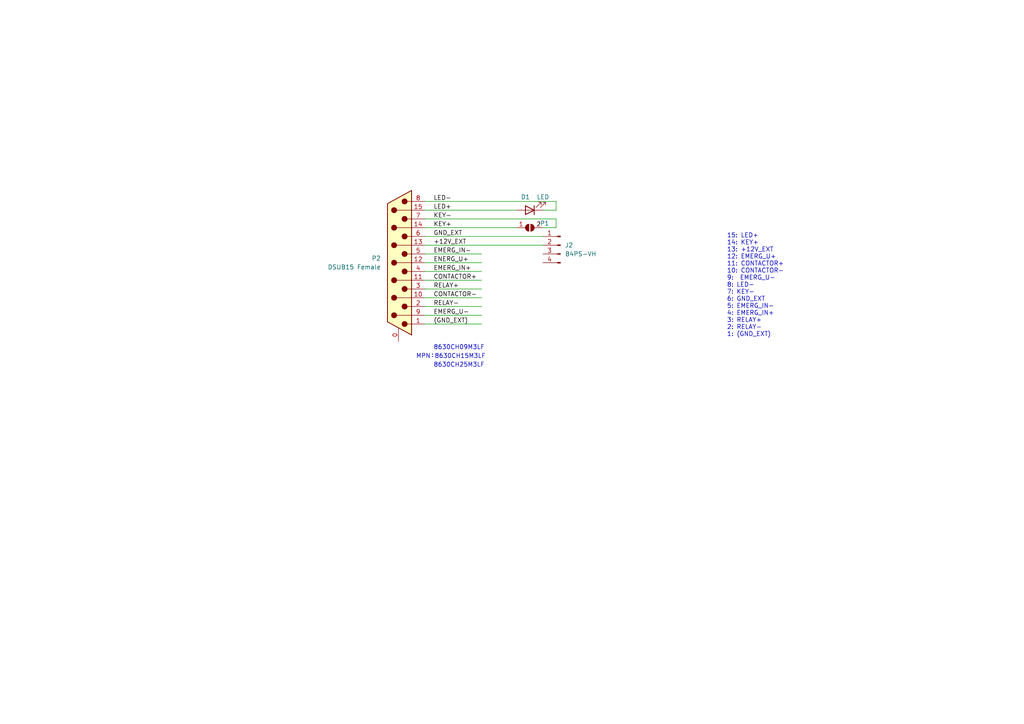
<source format=kicad_sch>
(kicad_sch
	(version 20231120)
	(generator "eeschema")
	(generator_version "8.0")
	(uuid "dba71d07-b687-4cf1-b054-256fd3d7e7cc")
	(paper "A4")
	(lib_symbols
		(symbol "Connector:Conn_01x04_Pin"
			(pin_names
				(offset 1.016) hide)
			(exclude_from_sim no)
			(in_bom yes)
			(on_board yes)
			(property "Reference" "J"
				(at 0 5.08 0)
				(effects
					(font
						(size 1.27 1.27)
					)
				)
			)
			(property "Value" "Conn_01x04_Pin"
				(at 0 -7.62 0)
				(effects
					(font
						(size 1.27 1.27)
					)
				)
			)
			(property "Footprint" ""
				(at 0 0 0)
				(effects
					(font
						(size 1.27 1.27)
					)
					(hide yes)
				)
			)
			(property "Datasheet" "~"
				(at 0 0 0)
				(effects
					(font
						(size 1.27 1.27)
					)
					(hide yes)
				)
			)
			(property "Description" "Generic connector, single row, 01x04, script generated"
				(at 0 0 0)
				(effects
					(font
						(size 1.27 1.27)
					)
					(hide yes)
				)
			)
			(property "ki_locked" ""
				(at 0 0 0)
				(effects
					(font
						(size 1.27 1.27)
					)
				)
			)
			(property "ki_keywords" "connector"
				(at 0 0 0)
				(effects
					(font
						(size 1.27 1.27)
					)
					(hide yes)
				)
			)
			(property "ki_fp_filters" "Connector*:*_1x??_*"
				(at 0 0 0)
				(effects
					(font
						(size 1.27 1.27)
					)
					(hide yes)
				)
			)
			(symbol "Conn_01x04_Pin_1_1"
				(polyline
					(pts
						(xy 1.27 -5.08) (xy 0.8636 -5.08)
					)
					(stroke
						(width 0.1524)
						(type default)
					)
					(fill
						(type none)
					)
				)
				(polyline
					(pts
						(xy 1.27 -2.54) (xy 0.8636 -2.54)
					)
					(stroke
						(width 0.1524)
						(type default)
					)
					(fill
						(type none)
					)
				)
				(polyline
					(pts
						(xy 1.27 0) (xy 0.8636 0)
					)
					(stroke
						(width 0.1524)
						(type default)
					)
					(fill
						(type none)
					)
				)
				(polyline
					(pts
						(xy 1.27 2.54) (xy 0.8636 2.54)
					)
					(stroke
						(width 0.1524)
						(type default)
					)
					(fill
						(type none)
					)
				)
				(rectangle
					(start 0.8636 -4.953)
					(end 0 -5.207)
					(stroke
						(width 0.1524)
						(type default)
					)
					(fill
						(type outline)
					)
				)
				(rectangle
					(start 0.8636 -2.413)
					(end 0 -2.667)
					(stroke
						(width 0.1524)
						(type default)
					)
					(fill
						(type outline)
					)
				)
				(rectangle
					(start 0.8636 0.127)
					(end 0 -0.127)
					(stroke
						(width 0.1524)
						(type default)
					)
					(fill
						(type outline)
					)
				)
				(rectangle
					(start 0.8636 2.667)
					(end 0 2.413)
					(stroke
						(width 0.1524)
						(type default)
					)
					(fill
						(type outline)
					)
				)
				(pin passive line
					(at 5.08 2.54 180)
					(length 3.81)
					(name "Pin_1"
						(effects
							(font
								(size 1.27 1.27)
							)
						)
					)
					(number "1"
						(effects
							(font
								(size 1.27 1.27)
							)
						)
					)
				)
				(pin passive line
					(at 5.08 0 180)
					(length 3.81)
					(name "Pin_2"
						(effects
							(font
								(size 1.27 1.27)
							)
						)
					)
					(number "2"
						(effects
							(font
								(size 1.27 1.27)
							)
						)
					)
				)
				(pin passive line
					(at 5.08 -2.54 180)
					(length 3.81)
					(name "Pin_3"
						(effects
							(font
								(size 1.27 1.27)
							)
						)
					)
					(number "3"
						(effects
							(font
								(size 1.27 1.27)
							)
						)
					)
				)
				(pin passive line
					(at 5.08 -5.08 180)
					(length 3.81)
					(name "Pin_4"
						(effects
							(font
								(size 1.27 1.27)
							)
						)
					)
					(number "4"
						(effects
							(font
								(size 1.27 1.27)
							)
						)
					)
				)
			)
		)
		(symbol "Connector:DA15_Plug_MountingHoles"
			(pin_names
				(offset 1.016) hide)
			(exclude_from_sim no)
			(in_bom yes)
			(on_board yes)
			(property "Reference" "J"
				(at 0 24.13 0)
				(effects
					(font
						(size 1.27 1.27)
					)
				)
			)
			(property "Value" "DA15_Plug_MountingHoles"
				(at 0 22.225 0)
				(effects
					(font
						(size 1.27 1.27)
					)
				)
			)
			(property "Footprint" ""
				(at 0 0 0)
				(effects
					(font
						(size 1.27 1.27)
					)
					(hide yes)
				)
			)
			(property "Datasheet" " ~"
				(at 0 0 0)
				(effects
					(font
						(size 1.27 1.27)
					)
					(hide yes)
				)
			)
			(property "Description" "15-pin male plug pin D-SUB connector (low-density/2 columns), Mounting Hole"
				(at 0 0 0)
				(effects
					(font
						(size 1.27 1.27)
					)
					(hide yes)
				)
			)
			(property "ki_keywords" "male plug D-SUB connector"
				(at 0 0 0)
				(effects
					(font
						(size 1.27 1.27)
					)
					(hide yes)
				)
			)
			(property "ki_fp_filters" "DSUB*Male*"
				(at 0 0 0)
				(effects
					(font
						(size 1.27 1.27)
					)
					(hide yes)
				)
			)
			(symbol "DA15_Plug_MountingHoles_0_1"
				(circle
					(center -1.778 -17.78)
					(radius 0.762)
					(stroke
						(width 0)
						(type default)
					)
					(fill
						(type outline)
					)
				)
				(circle
					(center -1.778 -12.7)
					(radius 0.762)
					(stroke
						(width 0)
						(type default)
					)
					(fill
						(type outline)
					)
				)
				(circle
					(center -1.778 -7.62)
					(radius 0.762)
					(stroke
						(width 0)
						(type default)
					)
					(fill
						(type outline)
					)
				)
				(circle
					(center -1.778 -2.54)
					(radius 0.762)
					(stroke
						(width 0)
						(type default)
					)
					(fill
						(type outline)
					)
				)
				(circle
					(center -1.778 2.54)
					(radius 0.762)
					(stroke
						(width 0)
						(type default)
					)
					(fill
						(type outline)
					)
				)
				(circle
					(center -1.778 7.62)
					(radius 0.762)
					(stroke
						(width 0)
						(type default)
					)
					(fill
						(type outline)
					)
				)
				(circle
					(center -1.778 12.7)
					(radius 0.762)
					(stroke
						(width 0)
						(type default)
					)
					(fill
						(type outline)
					)
				)
				(circle
					(center -1.778 17.78)
					(radius 0.762)
					(stroke
						(width 0)
						(type default)
					)
					(fill
						(type outline)
					)
				)
				(polyline
					(pts
						(xy -3.81 -17.78) (xy -2.54 -17.78)
					)
					(stroke
						(width 0)
						(type default)
					)
					(fill
						(type none)
					)
				)
				(polyline
					(pts
						(xy -3.81 -15.24) (xy 0.508 -15.24)
					)
					(stroke
						(width 0)
						(type default)
					)
					(fill
						(type none)
					)
				)
				(polyline
					(pts
						(xy -3.81 -12.7) (xy -2.54 -12.7)
					)
					(stroke
						(width 0)
						(type default)
					)
					(fill
						(type none)
					)
				)
				(polyline
					(pts
						(xy -3.81 -10.16) (xy 0.508 -10.16)
					)
					(stroke
						(width 0)
						(type default)
					)
					(fill
						(type none)
					)
				)
				(polyline
					(pts
						(xy -3.81 -7.62) (xy -2.54 -7.62)
					)
					(stroke
						(width 0)
						(type default)
					)
					(fill
						(type none)
					)
				)
				(polyline
					(pts
						(xy -3.81 -5.08) (xy 0.508 -5.08)
					)
					(stroke
						(width 0)
						(type default)
					)
					(fill
						(type none)
					)
				)
				(polyline
					(pts
						(xy -3.81 -2.54) (xy -2.54 -2.54)
					)
					(stroke
						(width 0)
						(type default)
					)
					(fill
						(type none)
					)
				)
				(polyline
					(pts
						(xy -3.81 0) (xy 0.508 0)
					)
					(stroke
						(width 0)
						(type default)
					)
					(fill
						(type none)
					)
				)
				(polyline
					(pts
						(xy -3.81 2.54) (xy -2.54 2.54)
					)
					(stroke
						(width 0)
						(type default)
					)
					(fill
						(type none)
					)
				)
				(polyline
					(pts
						(xy -3.81 5.08) (xy 0.508 5.08)
					)
					(stroke
						(width 0)
						(type default)
					)
					(fill
						(type none)
					)
				)
				(polyline
					(pts
						(xy -3.81 7.62) (xy -2.54 7.62)
					)
					(stroke
						(width 0)
						(type default)
					)
					(fill
						(type none)
					)
				)
				(polyline
					(pts
						(xy -3.81 10.16) (xy 0.508 10.16)
					)
					(stroke
						(width 0)
						(type default)
					)
					(fill
						(type none)
					)
				)
				(polyline
					(pts
						(xy -3.81 12.7) (xy -2.54 12.7)
					)
					(stroke
						(width 0)
						(type default)
					)
					(fill
						(type none)
					)
				)
				(polyline
					(pts
						(xy -3.81 15.24) (xy 0.508 15.24)
					)
					(stroke
						(width 0)
						(type default)
					)
					(fill
						(type none)
					)
				)
				(polyline
					(pts
						(xy -3.81 17.78) (xy -2.54 17.78)
					)
					(stroke
						(width 0)
						(type default)
					)
					(fill
						(type none)
					)
				)
				(polyline
					(pts
						(xy -3.81 -20.955) (xy 3.175 -17.145) (xy 3.175 17.145) (xy -3.81 20.955) (xy -3.81 -20.955)
					)
					(stroke
						(width 0.254)
						(type default)
					)
					(fill
						(type background)
					)
				)
				(circle
					(center 1.27 -15.24)
					(radius 0.762)
					(stroke
						(width 0)
						(type default)
					)
					(fill
						(type outline)
					)
				)
				(circle
					(center 1.27 -10.16)
					(radius 0.762)
					(stroke
						(width 0)
						(type default)
					)
					(fill
						(type outline)
					)
				)
				(circle
					(center 1.27 -5.08)
					(radius 0.762)
					(stroke
						(width 0)
						(type default)
					)
					(fill
						(type outline)
					)
				)
				(circle
					(center 1.27 0)
					(radius 0.762)
					(stroke
						(width 0)
						(type default)
					)
					(fill
						(type outline)
					)
				)
				(circle
					(center 1.27 5.08)
					(radius 0.762)
					(stroke
						(width 0)
						(type default)
					)
					(fill
						(type outline)
					)
				)
				(circle
					(center 1.27 10.16)
					(radius 0.762)
					(stroke
						(width 0)
						(type default)
					)
					(fill
						(type outline)
					)
				)
				(circle
					(center 1.27 15.24)
					(radius 0.762)
					(stroke
						(width 0)
						(type default)
					)
					(fill
						(type outline)
					)
				)
			)
			(symbol "DA15_Plug_MountingHoles_1_1"
				(pin passive line
					(at 0 -22.86 90)
					(length 3.81)
					(name "PAD"
						(effects
							(font
								(size 1.27 1.27)
							)
						)
					)
					(number "0"
						(effects
							(font
								(size 1.27 1.27)
							)
						)
					)
				)
				(pin passive line
					(at -7.62 -17.78 0)
					(length 3.81)
					(name "1"
						(effects
							(font
								(size 1.27 1.27)
							)
						)
					)
					(number "1"
						(effects
							(font
								(size 1.27 1.27)
							)
						)
					)
				)
				(pin passive line
					(at -7.62 -10.16 0)
					(length 3.81)
					(name "P10"
						(effects
							(font
								(size 1.27 1.27)
							)
						)
					)
					(number "10"
						(effects
							(font
								(size 1.27 1.27)
							)
						)
					)
				)
				(pin passive line
					(at -7.62 -5.08 0)
					(length 3.81)
					(name "P111"
						(effects
							(font
								(size 1.27 1.27)
							)
						)
					)
					(number "11"
						(effects
							(font
								(size 1.27 1.27)
							)
						)
					)
				)
				(pin passive line
					(at -7.62 0 0)
					(length 3.81)
					(name "P12"
						(effects
							(font
								(size 1.27 1.27)
							)
						)
					)
					(number "12"
						(effects
							(font
								(size 1.27 1.27)
							)
						)
					)
				)
				(pin passive line
					(at -7.62 5.08 0)
					(length 3.81)
					(name "P13"
						(effects
							(font
								(size 1.27 1.27)
							)
						)
					)
					(number "13"
						(effects
							(font
								(size 1.27 1.27)
							)
						)
					)
				)
				(pin passive line
					(at -7.62 10.16 0)
					(length 3.81)
					(name "P14"
						(effects
							(font
								(size 1.27 1.27)
							)
						)
					)
					(number "14"
						(effects
							(font
								(size 1.27 1.27)
							)
						)
					)
				)
				(pin passive line
					(at -7.62 15.24 0)
					(length 3.81)
					(name "P15"
						(effects
							(font
								(size 1.27 1.27)
							)
						)
					)
					(number "15"
						(effects
							(font
								(size 1.27 1.27)
							)
						)
					)
				)
				(pin passive line
					(at -7.62 -12.7 0)
					(length 3.81)
					(name "2"
						(effects
							(font
								(size 1.27 1.27)
							)
						)
					)
					(number "2"
						(effects
							(font
								(size 1.27 1.27)
							)
						)
					)
				)
				(pin passive line
					(at -7.62 -7.62 0)
					(length 3.81)
					(name "3"
						(effects
							(font
								(size 1.27 1.27)
							)
						)
					)
					(number "3"
						(effects
							(font
								(size 1.27 1.27)
							)
						)
					)
				)
				(pin passive line
					(at -7.62 -2.54 0)
					(length 3.81)
					(name "4"
						(effects
							(font
								(size 1.27 1.27)
							)
						)
					)
					(number "4"
						(effects
							(font
								(size 1.27 1.27)
							)
						)
					)
				)
				(pin passive line
					(at -7.62 2.54 0)
					(length 3.81)
					(name "5"
						(effects
							(font
								(size 1.27 1.27)
							)
						)
					)
					(number "5"
						(effects
							(font
								(size 1.27 1.27)
							)
						)
					)
				)
				(pin passive line
					(at -7.62 7.62 0)
					(length 3.81)
					(name "6"
						(effects
							(font
								(size 1.27 1.27)
							)
						)
					)
					(number "6"
						(effects
							(font
								(size 1.27 1.27)
							)
						)
					)
				)
				(pin passive line
					(at -7.62 12.7 0)
					(length 3.81)
					(name "7"
						(effects
							(font
								(size 1.27 1.27)
							)
						)
					)
					(number "7"
						(effects
							(font
								(size 1.27 1.27)
							)
						)
					)
				)
				(pin passive line
					(at -7.62 17.78 0)
					(length 3.81)
					(name "8"
						(effects
							(font
								(size 1.27 1.27)
							)
						)
					)
					(number "8"
						(effects
							(font
								(size 1.27 1.27)
							)
						)
					)
				)
				(pin passive line
					(at -7.62 -15.24 0)
					(length 3.81)
					(name "P9"
						(effects
							(font
								(size 1.27 1.27)
							)
						)
					)
					(number "9"
						(effects
							(font
								(size 1.27 1.27)
							)
						)
					)
				)
			)
		)
		(symbol "Device:LED"
			(pin_numbers hide)
			(pin_names
				(offset 1.016) hide)
			(exclude_from_sim no)
			(in_bom yes)
			(on_board yes)
			(property "Reference" "D"
				(at 0 2.54 0)
				(effects
					(font
						(size 1.27 1.27)
					)
				)
			)
			(property "Value" "LED"
				(at 0 -2.54 0)
				(effects
					(font
						(size 1.27 1.27)
					)
				)
			)
			(property "Footprint" ""
				(at 0 0 0)
				(effects
					(font
						(size 1.27 1.27)
					)
					(hide yes)
				)
			)
			(property "Datasheet" "~"
				(at 0 0 0)
				(effects
					(font
						(size 1.27 1.27)
					)
					(hide yes)
				)
			)
			(property "Description" "Light emitting diode"
				(at 0 0 0)
				(effects
					(font
						(size 1.27 1.27)
					)
					(hide yes)
				)
			)
			(property "ki_keywords" "LED diode"
				(at 0 0 0)
				(effects
					(font
						(size 1.27 1.27)
					)
					(hide yes)
				)
			)
			(property "ki_fp_filters" "LED* LED_SMD:* LED_THT:*"
				(at 0 0 0)
				(effects
					(font
						(size 1.27 1.27)
					)
					(hide yes)
				)
			)
			(symbol "LED_0_1"
				(polyline
					(pts
						(xy -1.27 -1.27) (xy -1.27 1.27)
					)
					(stroke
						(width 0.254)
						(type default)
					)
					(fill
						(type none)
					)
				)
				(polyline
					(pts
						(xy -1.27 0) (xy 1.27 0)
					)
					(stroke
						(width 0)
						(type default)
					)
					(fill
						(type none)
					)
				)
				(polyline
					(pts
						(xy 1.27 -1.27) (xy 1.27 1.27) (xy -1.27 0) (xy 1.27 -1.27)
					)
					(stroke
						(width 0.254)
						(type default)
					)
					(fill
						(type none)
					)
				)
				(polyline
					(pts
						(xy -3.048 -0.762) (xy -4.572 -2.286) (xy -3.81 -2.286) (xy -4.572 -2.286) (xy -4.572 -1.524)
					)
					(stroke
						(width 0)
						(type default)
					)
					(fill
						(type none)
					)
				)
				(polyline
					(pts
						(xy -1.778 -0.762) (xy -3.302 -2.286) (xy -2.54 -2.286) (xy -3.302 -2.286) (xy -3.302 -1.524)
					)
					(stroke
						(width 0)
						(type default)
					)
					(fill
						(type none)
					)
				)
			)
			(symbol "LED_1_1"
				(pin passive line
					(at -3.81 0 0)
					(length 2.54)
					(name "K"
						(effects
							(font
								(size 1.27 1.27)
							)
						)
					)
					(number "1"
						(effects
							(font
								(size 1.27 1.27)
							)
						)
					)
				)
				(pin passive line
					(at 3.81 0 180)
					(length 2.54)
					(name "A"
						(effects
							(font
								(size 1.27 1.27)
							)
						)
					)
					(number "2"
						(effects
							(font
								(size 1.27 1.27)
							)
						)
					)
				)
			)
		)
		(symbol "Jumper:SolderJumper_2_Open"
			(pin_names
				(offset 0) hide)
			(exclude_from_sim no)
			(in_bom yes)
			(on_board yes)
			(property "Reference" "JP"
				(at 0 2.032 0)
				(effects
					(font
						(size 1.27 1.27)
					)
				)
			)
			(property "Value" "SolderJumper_2_Open"
				(at 0 -2.54 0)
				(effects
					(font
						(size 1.27 1.27)
					)
				)
			)
			(property "Footprint" ""
				(at 0 0 0)
				(effects
					(font
						(size 1.27 1.27)
					)
					(hide yes)
				)
			)
			(property "Datasheet" "~"
				(at 0 0 0)
				(effects
					(font
						(size 1.27 1.27)
					)
					(hide yes)
				)
			)
			(property "Description" "Solder Jumper, 2-pole, open"
				(at 0 0 0)
				(effects
					(font
						(size 1.27 1.27)
					)
					(hide yes)
				)
			)
			(property "ki_keywords" "solder jumper SPST"
				(at 0 0 0)
				(effects
					(font
						(size 1.27 1.27)
					)
					(hide yes)
				)
			)
			(property "ki_fp_filters" "SolderJumper*Open*"
				(at 0 0 0)
				(effects
					(font
						(size 1.27 1.27)
					)
					(hide yes)
				)
			)
			(symbol "SolderJumper_2_Open_0_1"
				(arc
					(start -0.254 1.016)
					(mid -1.2656 0)
					(end -0.254 -1.016)
					(stroke
						(width 0)
						(type default)
					)
					(fill
						(type none)
					)
				)
				(arc
					(start -0.254 1.016)
					(mid -1.2656 0)
					(end -0.254 -1.016)
					(stroke
						(width 0)
						(type default)
					)
					(fill
						(type outline)
					)
				)
				(polyline
					(pts
						(xy -0.254 1.016) (xy -0.254 -1.016)
					)
					(stroke
						(width 0)
						(type default)
					)
					(fill
						(type none)
					)
				)
				(polyline
					(pts
						(xy 0.254 1.016) (xy 0.254 -1.016)
					)
					(stroke
						(width 0)
						(type default)
					)
					(fill
						(type none)
					)
				)
				(arc
					(start 0.254 -1.016)
					(mid 1.2656 0)
					(end 0.254 1.016)
					(stroke
						(width 0)
						(type default)
					)
					(fill
						(type none)
					)
				)
				(arc
					(start 0.254 -1.016)
					(mid 1.2656 0)
					(end 0.254 1.016)
					(stroke
						(width 0)
						(type default)
					)
					(fill
						(type outline)
					)
				)
			)
			(symbol "SolderJumper_2_Open_1_1"
				(pin passive line
					(at -3.81 0 0)
					(length 2.54)
					(name "A"
						(effects
							(font
								(size 1.27 1.27)
							)
						)
					)
					(number "1"
						(effects
							(font
								(size 1.27 1.27)
							)
						)
					)
				)
				(pin passive line
					(at 3.81 0 180)
					(length 2.54)
					(name "B"
						(effects
							(font
								(size 1.27 1.27)
							)
						)
					)
					(number "2"
						(effects
							(font
								(size 1.27 1.27)
							)
						)
					)
				)
			)
		)
	)
	(wire
		(pts
			(xy 161.29 58.42) (xy 161.29 60.96)
		)
		(stroke
			(width 0)
			(type default)
		)
		(uuid "0f80ed9b-60fd-4c6b-aa70-169f1b0ec310")
	)
	(wire
		(pts
			(xy 123.19 78.74) (xy 139.7 78.74)
		)
		(stroke
			(width 0)
			(type default)
		)
		(uuid "23709e95-a6ea-4c49-ba77-35304cd716b7")
	)
	(wire
		(pts
			(xy 123.19 93.98) (xy 139.7 93.98)
		)
		(stroke
			(width 0)
			(type default)
		)
		(uuid "36b9f575-f0a6-4570-9d2b-1773ef8de2b2")
	)
	(wire
		(pts
			(xy 123.19 76.2) (xy 139.7 76.2)
		)
		(stroke
			(width 0)
			(type default)
		)
		(uuid "3b7f61b9-1e54-4056-a5d2-ea5729ee661a")
	)
	(wire
		(pts
			(xy 123.19 73.66) (xy 139.7 73.66)
		)
		(stroke
			(width 0)
			(type default)
		)
		(uuid "3eaf128f-784a-416f-9fe2-547cc907938f")
	)
	(wire
		(pts
			(xy 123.19 63.5) (xy 161.29 63.5)
		)
		(stroke
			(width 0)
			(type default)
		)
		(uuid "48d09d4f-74db-4df2-bbcb-ddf764a4f089")
	)
	(wire
		(pts
			(xy 123.19 86.36) (xy 139.7 86.36)
		)
		(stroke
			(width 0)
			(type default)
		)
		(uuid "4c762a8e-6e5d-465c-b109-664267dbfc32")
	)
	(wire
		(pts
			(xy 157.48 66.04) (xy 161.29 66.04)
		)
		(stroke
			(width 0)
			(type default)
		)
		(uuid "4dc34a4f-21a4-4751-a52e-ecabf68e7144")
	)
	(wire
		(pts
			(xy 123.19 68.58) (xy 157.48 68.58)
		)
		(stroke
			(width 0)
			(type default)
		)
		(uuid "4f1c70f9-a9c8-4826-b721-b3fd9a3c7ea3")
	)
	(wire
		(pts
			(xy 123.19 83.82) (xy 139.7 83.82)
		)
		(stroke
			(width 0)
			(type default)
		)
		(uuid "4fedf1f7-5618-4c56-940a-ca311a65aa41")
	)
	(wire
		(pts
			(xy 123.19 66.04) (xy 149.86 66.04)
		)
		(stroke
			(width 0)
			(type default)
		)
		(uuid "910a1a96-307b-4312-8c31-fb3be0781f50")
	)
	(wire
		(pts
			(xy 123.19 91.44) (xy 139.7 91.44)
		)
		(stroke
			(width 0)
			(type default)
		)
		(uuid "94d3aa89-37a6-4a33-bab2-911b82a40bd9")
	)
	(wire
		(pts
			(xy 123.19 81.28) (xy 139.7 81.28)
		)
		(stroke
			(width 0)
			(type default)
		)
		(uuid "95da8104-ee93-4074-a2c7-0a3a745e0a65")
	)
	(wire
		(pts
			(xy 161.29 60.96) (xy 157.48 60.96)
		)
		(stroke
			(width 0)
			(type default)
		)
		(uuid "a6430778-d239-41ff-9919-0c87be4b9fa5")
	)
	(wire
		(pts
			(xy 123.19 58.42) (xy 161.29 58.42)
		)
		(stroke
			(width 0)
			(type default)
		)
		(uuid "c1e0877e-880d-4ad7-873c-3d9581796ed8")
	)
	(wire
		(pts
			(xy 161.29 63.5) (xy 161.29 66.04)
		)
		(stroke
			(width 0)
			(type default)
		)
		(uuid "ca5651df-1588-497b-812f-1b67dc0f3575")
	)
	(wire
		(pts
			(xy 123.19 60.96) (xy 149.86 60.96)
		)
		(stroke
			(width 0)
			(type default)
		)
		(uuid "d9d32cdb-68a7-4fd0-9a51-cbc2d6bf52f7")
	)
	(wire
		(pts
			(xy 123.19 71.12) (xy 157.48 71.12)
		)
		(stroke
			(width 0)
			(type default)
		)
		(uuid "ec5b9a15-9f3e-4d72-9480-26aa64f53fa9")
	)
	(wire
		(pts
			(xy 123.19 88.9) (xy 139.7 88.9)
		)
		(stroke
			(width 0)
			(type default)
		)
		(uuid "ecbea265-4e57-4595-8732-014978540c5e")
	)
	(text "15: LED+\n14: KEY+\n13: +12V_EXT\n12: EMERG_U+\n11: CONTACTOR+\n10: CONTACTOR-\n9:  EMERG_U-\n8: LED-\n7: KEY-\n6: GND_EXT\n5: EMERG_IN-\n4: EMERG_IN+\n3: RELAY+\n2: RELAY-\n1: (GND_EXT)"
		(exclude_from_sim no)
		(at 210.82 97.79 0)
		(effects
			(font
				(size 1.27 1.27)
			)
			(justify left bottom)
		)
		(uuid "685b00fe-1d14-4509-9b89-2e3e8bafc970")
	)
	(text "MPN：8630CH15M3LF"
		(exclude_from_sim no)
		(at 120.65 104.14 0)
		(effects
			(font
				(size 1.27 1.27)
			)
			(justify left bottom)
		)
		(uuid "6a1371c8-0b89-4a43-a1ed-53543b863408")
	)
	(text "8630CH09M3LF"
		(exclude_from_sim no)
		(at 125.73 101.6 0)
		(effects
			(font
				(size 1.27 1.27)
			)
			(justify left bottom)
		)
		(uuid "ad2c45e4-1477-445c-9899-113aec290cd0")
	)
	(text "8630CH25M3LF"
		(exclude_from_sim no)
		(at 125.73 106.68 0)
		(effects
			(font
				(size 1.27 1.27)
			)
			(justify left bottom)
		)
		(uuid "f056551e-8b9f-4e20-a86d-6bf39bf5f263")
	)
	(label "GND_EXT"
		(at 125.73 68.58 0)
		(fields_autoplaced yes)
		(effects
			(font
				(size 1.27 1.27)
			)
			(justify left bottom)
		)
		(uuid "046d11db-7974-4802-af1d-c319ef0280f3")
	)
	(label "RELAY+"
		(at 125.73 83.82 0)
		(fields_autoplaced yes)
		(effects
			(font
				(size 1.27 1.27)
			)
			(justify left bottom)
		)
		(uuid "05dccf72-a11c-40ea-8473-3adce506fa18")
	)
	(label "ENERG_U+"
		(at 125.73 76.2 0)
		(fields_autoplaced yes)
		(effects
			(font
				(size 1.27 1.27)
			)
			(justify left bottom)
		)
		(uuid "0fd62a44-bb55-4358-9d07-ee1d79ace86e")
	)
	(label "EMERG_IN-"
		(at 125.73 73.66 0)
		(fields_autoplaced yes)
		(effects
			(font
				(size 1.27 1.27)
			)
			(justify left bottom)
		)
		(uuid "12fb05de-6814-4ae9-89cc-4271b588be49")
	)
	(label "KEY+"
		(at 125.73 66.04 0)
		(fields_autoplaced yes)
		(effects
			(font
				(size 1.27 1.27)
			)
			(justify left bottom)
		)
		(uuid "2e7c3cd9-fa55-47c7-852e-9bd765ead1dc")
	)
	(label "KEY-"
		(at 125.73 63.5 0)
		(fields_autoplaced yes)
		(effects
			(font
				(size 1.27 1.27)
			)
			(justify left bottom)
		)
		(uuid "48d2adf2-2588-457b-ae9c-b1c4f93ec48a")
	)
	(label "RELAY-"
		(at 125.73 88.9 0)
		(fields_autoplaced yes)
		(effects
			(font
				(size 1.27 1.27)
			)
			(justify left bottom)
		)
		(uuid "4b33e6f6-55e5-4161-ad93-d15dcd54291f")
	)
	(label "(GND_EXT)"
		(at 125.73 93.98 0)
		(fields_autoplaced yes)
		(effects
			(font
				(size 1.27 1.27)
			)
			(justify left bottom)
		)
		(uuid "5df72a28-51f3-4c6e-8283-e64926469a0d")
	)
	(label "LED-"
		(at 125.73 58.42 0)
		(fields_autoplaced yes)
		(effects
			(font
				(size 1.27 1.27)
			)
			(justify left bottom)
		)
		(uuid "6a2ddaf8-ccdd-431d-b544-187917520be9")
	)
	(label "EMERG_IN+"
		(at 125.73 78.74 0)
		(fields_autoplaced yes)
		(effects
			(font
				(size 1.27 1.27)
			)
			(justify left bottom)
		)
		(uuid "8b115dfa-c6c8-4b39-b5df-044451340e3d")
	)
	(label "CONTACTOR-"
		(at 125.73 86.36 0)
		(fields_autoplaced yes)
		(effects
			(font
				(size 1.27 1.27)
			)
			(justify left bottom)
		)
		(uuid "9b8d8693-cc4a-47d7-a14a-b1c5f5b17556")
	)
	(label "CONTACTOR+"
		(at 125.73 81.28 0)
		(fields_autoplaced yes)
		(effects
			(font
				(size 1.27 1.27)
			)
			(justify left bottom)
		)
		(uuid "cb95a328-6f69-4b6a-9e3f-da8303210580")
	)
	(label "LED+"
		(at 125.73 60.96 0)
		(fields_autoplaced yes)
		(effects
			(font
				(size 1.27 1.27)
			)
			(justify left bottom)
		)
		(uuid "d7996349-3e08-4742-acd3-787af09d79bb")
	)
	(label "EMERG_U-"
		(at 125.73 91.44 0)
		(fields_autoplaced yes)
		(effects
			(font
				(size 1.27 1.27)
			)
			(justify left bottom)
		)
		(uuid "e1da2815-ba1d-4c9f-9ad2-448f795b9a73")
	)
	(label "+12V_EXT"
		(at 125.73 71.12 0)
		(fields_autoplaced yes)
		(effects
			(font
				(size 1.27 1.27)
			)
			(justify left bottom)
		)
		(uuid "e2cfd915-a03b-44d8-9d8e-7f882fa11149")
	)
	(symbol
		(lib_id "Device:LED")
		(at 153.67 60.96 180)
		(unit 1)
		(exclude_from_sim no)
		(in_bom yes)
		(on_board yes)
		(dnp no)
		(uuid "10ba7e3d-a958-4999-8051-5bb18909c656")
		(property "Reference" "D1"
			(at 152.4 57.15 0)
			(effects
				(font
					(size 1.27 1.27)
				)
			)
		)
		(property "Value" "LED"
			(at 157.48 57.15 0)
			(effects
				(font
					(size 1.27 1.27)
				)
			)
		)
		(property "Footprint" "LED_SMD:LED_0603_1608Metric"
			(at 153.67 60.96 0)
			(effects
				(font
					(size 1.27 1.27)
				)
				(hide yes)
			)
		)
		(property "Datasheet" "~"
			(at 153.67 60.96 0)
			(effects
				(font
					(size 1.27 1.27)
				)
				(hide yes)
			)
		)
		(property "Description" ""
			(at 153.67 60.96 0)
			(effects
				(font
					(size 1.27 1.27)
				)
				(hide yes)
			)
		)
		(pin "1"
			(uuid "c0af2b9f-f017-4f30-90e1-91c4ea2df306")
		)
		(pin "2"
			(uuid "98cf8bd4-c022-40dc-be00-5dc1ebe322d0")
		)
		(instances
			(project "P2_DSUB15_Famale_V1"
				(path "/dba71d07-b687-4cf1-b054-256fd3d7e7cc"
					(reference "D1")
					(unit 1)
				)
			)
		)
	)
	(symbol
		(lib_id "Connector:Conn_01x04_Pin")
		(at 162.56 71.12 0)
		(mirror y)
		(unit 1)
		(exclude_from_sim no)
		(in_bom yes)
		(on_board yes)
		(dnp no)
		(uuid "4d4756a1-d69f-4835-a1fe-b0696e3afe8c")
		(property "Reference" "J2"
			(at 163.83 71.12 0)
			(effects
				(font
					(size 1.27 1.27)
				)
				(justify right)
			)
		)
		(property "Value" "B4PS-VH"
			(at 163.83 73.66 0)
			(effects
				(font
					(size 1.27 1.27)
				)
				(justify right)
			)
		)
		(property "Footprint" "Connector_JST:JST_VH_B4PS-VH_1x04_P3.96mm_Horizontal"
			(at 162.56 71.12 0)
			(effects
				(font
					(size 1.27 1.27)
				)
				(hide yes)
			)
		)
		(property "Datasheet" "~"
			(at 162.56 71.12 0)
			(effects
				(font
					(size 1.27 1.27)
				)
				(hide yes)
			)
		)
		(property "Description" ""
			(at 162.56 71.12 0)
			(effects
				(font
					(size 1.27 1.27)
				)
				(hide yes)
			)
		)
		(pin "1"
			(uuid "13db47b0-0823-4587-8343-9c320d849f27")
		)
		(pin "2"
			(uuid "002e0397-38db-42df-9265-ac3634f0a7ef")
		)
		(pin "4"
			(uuid "6addda1e-6a3f-46b5-9ea9-036717553195")
		)
		(pin "3"
			(uuid "8481acaa-0fde-46b4-9966-f5c8fc517794")
		)
		(instances
			(project "P2_DSUB15_Famale_V1"
				(path "/dba71d07-b687-4cf1-b054-256fd3d7e7cc"
					(reference "J2")
					(unit 1)
				)
			)
		)
	)
	(symbol
		(lib_id "Connector:DA15_Plug_MountingHoles")
		(at 115.57 76.2 0)
		(mirror y)
		(unit 1)
		(exclude_from_sim no)
		(in_bom yes)
		(on_board yes)
		(dnp no)
		(uuid "c5efafe0-a610-4f31-bf67-cdaa8a0848f9")
		(property "Reference" "P2"
			(at 110.49 74.93 0)
			(effects
				(font
					(size 1.27 1.27)
				)
				(justify left)
			)
		)
		(property "Value" "DSUB15 Female"
			(at 110.49 77.47 0)
			(effects
				(font
					(size 1.27 1.27)
				)
				(justify left)
			)
		)
		(property "Footprint" "Connector_Dsub:DSUB-15_Male_EdgeMount_P2.77mm_1"
			(at 115.57 76.2 0)
			(effects
				(font
					(size 1.27 1.27)
				)
				(hide yes)
			)
		)
		(property "Datasheet" "https://cdn.amphenol-cs.com/media/wysiwyg/files/documentation/datasheet/inputoutput/io_dsub_brochure.pdf"
			(at 115.57 76.2 0)
			(effects
				(font
					(size 1.27 1.27)
				)
				(hide yes)
			)
		)
		(property "Description" "CONN D-SUB RCPT 15POS SLDR CUP"
			(at 115.57 76.2 0)
			(effects
				(font
					(size 1.27 1.27)
				)
				(hide yes)
			)
		)
		(property "MPN" "DA15S065HTLF"
			(at 115.57 76.2 0)
			(effects
				(font
					(size 1.27 1.27)
				)
				(hide yes)
			)
		)
		(property "Link" "https://www.digikey.jp/en/products/detail/amphenol-icc-fci/DA15S065HTLF/1540823"
			(at 115.57 76.2 0)
			(effects
				(font
					(size 1.27 1.27)
				)
				(hide yes)
			)
		)
		(pin "2"
			(uuid "a09c5083-67d8-45e8-913f-5e67ee3f55e0")
		)
		(pin "4"
			(uuid "ac1ee452-13f8-4f4a-a0e3-865c2a3f6f56")
		)
		(pin "10"
			(uuid "10363cae-6ff8-455c-877f-1694f6a980f2")
		)
		(pin "13"
			(uuid "29a8ebd8-2cfc-4ec4-8775-b0b96d16c243")
		)
		(pin "12"
			(uuid "3e9e5ee1-5b3d-46d4-8c65-c865e13d3785")
		)
		(pin "14"
			(uuid "49c89e1b-6fbb-460a-bbc8-629adf469e23")
		)
		(pin "1"
			(uuid "139c2ad5-2253-4b80-a5ff-8def302d37e3")
		)
		(pin "8"
			(uuid "8c27ab4c-6abe-4887-9f7c-07c7ffc627e7")
		)
		(pin "6"
			(uuid "8789eb1c-0846-4b72-9e12-36b5b1d8e5ad")
		)
		(pin "9"
			(uuid "4484fbfc-8b41-40d6-aae0-4ef1b020d44b")
		)
		(pin "15"
			(uuid "18732678-90e1-4eba-80fb-14b814ce93da")
		)
		(pin "0"
			(uuid "c03192c3-b28a-4f8f-af89-099ef7f9e1bf")
		)
		(pin "11"
			(uuid "f1d63663-3faf-4936-b165-f64b36ad9fca")
		)
		(pin "3"
			(uuid "ad9aa264-bbd5-490f-bacc-6c1f7027cf28")
		)
		(pin "7"
			(uuid "2719efc9-6dfb-4f4c-9c63-2a3684babeef")
		)
		(pin "5"
			(uuid "7b959191-cef6-4fb1-b763-70343e23668d")
		)
		(instances
			(project "P2_DSUB15_Famale_V1"
				(path "/dba71d07-b687-4cf1-b054-256fd3d7e7cc"
					(reference "P2")
					(unit 1)
				)
			)
		)
	)
	(symbol
		(lib_id "Jumper:SolderJumper_2_Open")
		(at 153.67 66.04 0)
		(unit 1)
		(exclude_from_sim no)
		(in_bom yes)
		(on_board yes)
		(dnp no)
		(uuid "c83dbecf-ef1c-427d-8020-82f281df13c7")
		(property "Reference" "JP1"
			(at 157.48 64.77 0)
			(effects
				(font
					(size 1.27 1.27)
				)
			)
		)
		(property "Value" "SolderJumper_2_Open"
			(at 153.67 69.85 0)
			(effects
				(font
					(size 1.27 1.27)
				)
				(hide yes)
			)
		)
		(property "Footprint" "Jumper:SolderJumper-2_P1.3mm_Open_TrianglePad1.0x1.5mm"
			(at 153.67 66.04 0)
			(effects
				(font
					(size 1.27 1.27)
				)
				(hide yes)
			)
		)
		(property "Datasheet" "~"
			(at 153.67 66.04 0)
			(effects
				(font
					(size 1.27 1.27)
				)
				(hide yes)
			)
		)
		(property "Description" ""
			(at 153.67 66.04 0)
			(effects
				(font
					(size 1.27 1.27)
				)
				(hide yes)
			)
		)
		(pin "1"
			(uuid "0966c3ac-d763-48b3-99db-8a7254672ee5")
		)
		(pin "2"
			(uuid "c236fbd2-6fc8-43b1-967e-d29ab1e295db")
		)
		(instances
			(project "P2_DSUB15_Famale_V1"
				(path "/dba71d07-b687-4cf1-b054-256fd3d7e7cc"
					(reference "JP1")
					(unit 1)
				)
			)
		)
	)
	(sheet_instances
		(path "/"
			(page "1")
		)
	)
)

</source>
